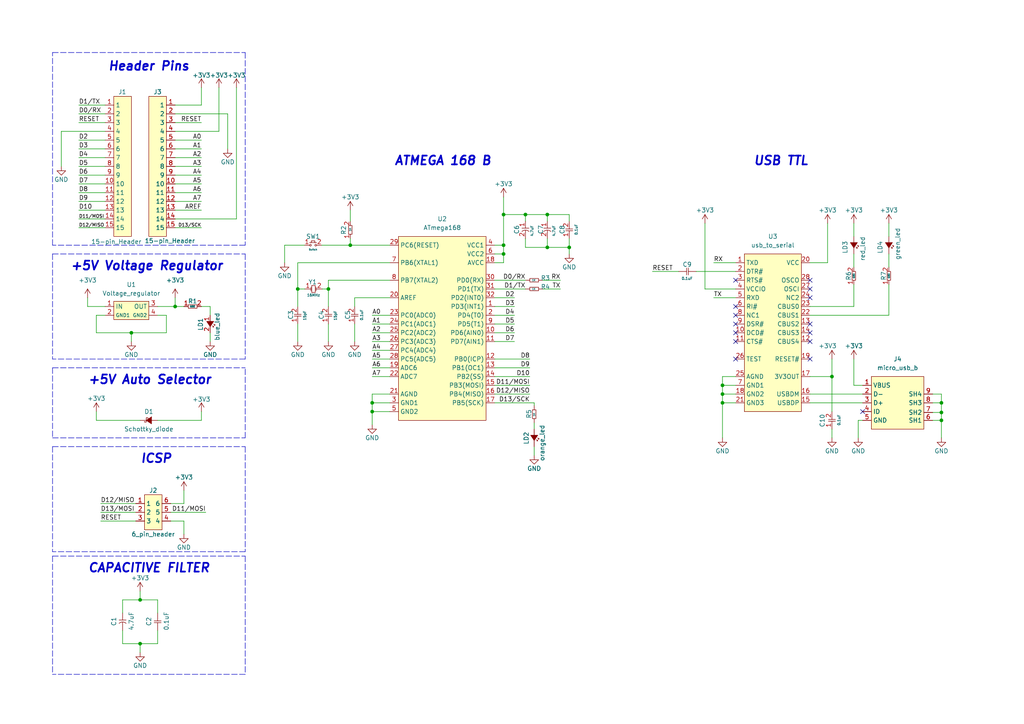
<source format=kicad_sch>
(kicad_sch (version 20211123) (generator eeschema)
  (paper "A4")
  (title_block (title "Arduino Nano") (date "2022-01-15") (rev "V01") (company "Self") (comment 4 "Author: Sunder"))
  (lib_symbols
    (symbol "Arduino Nano:+3V3" (power) (pin_names (offset 0))
      (property "Value" "+3V3" (at 0 3.556 0))
      (symbol "+3V3_1_1"
        (pin power_in line (at 0 0 90) (length 0) hide (name "+3V3") (number "1"))
      )
    )
    (symbol "Arduino Nano:+5V" (power) (pin_names (offset 0))
      (property "Value" "+5V" (at 0 3.556 0))
      (symbol "+5V_1_1"
        (pin power_in line (at 0 0 90) (length 0) hide (name "+3V3") (number "1"))
      )
    )
    (symbol "Arduino Nano:15-pin_Header"
      (property "Reference" "J" (at -0.762 21.844 0))
      (property "Value" "15-pin_Header" (at 4.826 -12.192 90))
      (symbol "15-pin_Header_1_1"
        (pin bidirectional line (at -3.81 17.78 0) (length 2.54) (name "1") (number "1"))
        (pin bidirectional line (at -3.81 -5.08 0) (length 2.54) (name "10") (number "10"))
        (pin bidirectional line (at -3.81 -7.62 0) (length 2.54) (name "11") (number "11"))
        (pin bidirectional line (at -3.81 -10.16 0) (length 2.54) (name "12") (number "12"))
        (pin bidirectional line (at -3.81 -12.7 0) (length 2.54) (name "13") (number "13"))
        (pin bidirectional line (at -3.81 -15.24 0) (length 2.54) (name "14") (number "14"))
        (pin bidirectional line (at -3.81 -17.78 0) (length 2.54) (name "15") (number "15"))
        (pin bidirectional line (at -3.81 15.24 0) (length 2.54) (name "2") (number "2"))
        (pin bidirectional line (at -3.81 12.7 0) (length 2.54) (name "3") (number "3"))
        (pin bidirectional line (at -3.81 10.16 0) (length 2.54) (name "4") (number "4"))
        (pin bidirectional line (at -3.81 7.62 0) (length 2.54) (name "5") (number "5"))
        (pin bidirectional line (at -3.81 5.08 0) (length 2.54) (name "6") (number "6"))
        (pin bidirectional line (at -3.81 2.54 0) (length 2.54) (name "7") (number "7"))
        (pin bidirectional line (at -3.81 0 0) (length 2.54) (name "8") (number "8"))
        (pin bidirectional line (at -3.81 -2.54 0) (length 2.54) (name "9") (number "9"))
      )
    )
    (symbol "Arduino Nano:6_pin_header"
      (property "Reference" "J" (at -2.032 6.35 0))
      (property "Value" "6_pin_header" (at 6.35 -6.35 0))
      (symbol "6_pin_header_1_1"
        (pin bidirectional line (at -5.08 2.54 0) (length 2.54) (name "1") (number "1"))
        (pin bidirectional line (at -5.08 0 0) (length 2.54) (name "2") (number "2"))
        (pin bidirectional line (at -5.08 -2.54 0) (length 2.54) (name "3") (number "3"))
        (pin bidirectional line (at 5.08 -2.54 180) (length 2.54) (name "4") (number "4"))
        (pin bidirectional line (at 5.08 0 180) (length 2.54) (name "5") (number "5"))
        (pin bidirectional line (at 5.08 2.54 180) (length 2.54) (name "6") (number "6"))
      )
    )
    (symbol "Arduino Nano:ATmega168"
      (property "Reference" "U" (at -10.16 30.48 0))
      (property "Value" "ATmega168" (at 6.35 -27.94 0))
      (symbol "ATmega168_1_1"
        (pin bidirectional line (at 16.51 7.62 180) (length 2.54) (name "PD3(INT1)") (number "1"))
        (pin bidirectional line (at 16.51 0 180) (length 2.54) (name "PD6(AIN0)") (number "10"))
        (pin bidirectional line (at 16.51 -2.54 180) (length 2.54) (name "PD7(AIN1)") (number "11"))
        (pin bidirectional line (at 16.51 -7.62 180) (length 2.54) (name "PB0(ICP)") (number "12"))
        (pin bidirectional line (at 16.51 -10.16 180) (length 2.54) (name "PB1(OC1)") (number "13"))
        (pin bidirectional line (at 16.51 -12.7 180) (length 2.54) (name "PB2(SS)") (number "14"))
        (pin bidirectional line (at 16.51 -15.24 180) (length 2.54) (name "PB3(MOSI)") (number "15"))
        (pin bidirectional line (at 16.51 -17.78 180) (length 2.54) (name "PB4(MISO)") (number "16"))
        (pin bidirectional line (at 16.51 -20.32 180) (length 2.54) (name "PB5(SCK)") (number "17"))
        (pin bidirectional line (at 16.51 20.32 180) (length 2.54) (name "AVCC") (number "18"))
        (pin bidirectional line (at -13.97 -10.16 0) (length 2.54) (name "ADC6") (number "19"))
        (pin bidirectional line (at 16.51 5.08 180) (length 2.54) (name "PD4(T0)") (number "2"))
        (pin bidirectional line (at -13.97 10.16 0) (length 2.54) (name "AREF") (number "20"))
        (pin bidirectional line (at -13.97 -17.78 0) (length 2.54) (name "AGND") (number "21"))
        (pin bidirectional line (at -13.97 -12.7 0) (length 2.54) (name "ADC7") (number "22"))
        (pin bidirectional line (at -13.97 5.08 0) (length 2.54) (name "PC0(ADC0)") (number "23"))
        (pin bidirectional line (at -13.97 2.54 0) (length 2.54) (name "PC1(ADC1)") (number "24"))
        (pin bidirectional line (at -13.97 0 0) (length 2.54) (name "PC2(ADC2)") (number "25"))
        (pin bidirectional line (at -13.97 -2.54 0) (length 2.54) (name "PC3(ADC3)") (number "26"))
        (pin bidirectional line (at -13.97 -5.08 0) (length 2.54) (name "PC4(ADC4)") (number "27"))
        (pin bidirectional line (at -13.97 -7.62 0) (length 2.54) (name "PC5(ADC5)") (number "28"))
        (pin bidirectional line (at -13.97 25.4 0) (length 2.54) (name "PC6(RESET)") (number "29"))
        (pin bidirectional line (at -13.97 -20.32 0) (length 2.54) (name "GND1") (number "3"))
        (pin bidirectional line (at 16.51 15.24 180) (length 2.54) (name "PD0(RX)") (number "30"))
        (pin bidirectional line (at 16.51 12.7 180) (length 2.54) (name "PD1(TX)") (number "31"))
        (pin bidirectional line (at 16.51 10.16 180) (length 2.54) (name "PD2(INT0)") (number "32"))
        (pin bidirectional line (at 16.51 25.4 180) (length 2.54) (name "VCC1") (number "4"))
        (pin bidirectional line (at -13.97 -22.86 0) (length 2.54) (name "GND2") (number "5"))
        (pin bidirectional line (at 16.51 22.86 180) (length 2.54) (name "VCC2") (number "6"))
        (pin bidirectional line (at -13.97 20.32 0) (length 2.54) (name "PB6(XTAL1)") (number "7"))
        (pin bidirectional line (at -13.97 15.24 0) (length 2.54) (name "PB7(XTAL2)") (number "8"))
        (pin bidirectional line (at 16.51 2.54 180) (length 2.54) (name "PD5(T1)") (number "9"))
      )
    )
    (symbol "Arduino Nano:Capacitor_NOP{slash}COG"
      (property "Reference" "C" (at -2.794 2.286 0))
      (property "Value" "Capacitor_NOP{slash}COG" (at 9.398 -2.032 0))
      (symbol "Capacitor_NOP{slash}COG_1_1"
        (pin bidirectional line (at -2.54 0.254 0) (length 2.286) (name "~") (number "1"))
        (pin bidirectional line (at 2.54 0.254 180) (length 2.286) (name "~") (number "2"))
      )
    )
    (symbol "Arduino Nano:GND" (power) (pin_names (offset 0))
      (property "Value" "GND" (at 0 -3.81 0))
      (symbol "GND_1_1"
        (pin power_in line (at 0 0 270) (length 0) hide (name "GND") (number "1"))
      )
    )
    (symbol "Arduino Nano:Resistor_1K"
      (property "Reference" "R" (at -2.794 6.35 0))
      (property "Value" "Resistor_1K" (at 4.572 -2.286 0))
      (symbol "Resistor_1K_1_1"
        (pin input line (at -2.54 0 0) (length 1.27) (name "~") (number "1"))
        (pin input line (at 2.54 0 180) (length 1.27) (name "~") (number "2"))
      )
    )
    (symbol "Arduino Nano:Schottky_diode" (pin_numbers hide) (pin_names hide)
      (property "Reference" "D" (at -4.318 3.048 0))
      (property "Value" "Schottky_diode" (at 7.112 -1.778 0))
      (symbol "Schottky_diode_1_1"
        (pin bidirectional line (at -2.54 0 0) (length 2) (name "~") (number "1"))
        (pin bidirectional line (at 2.54 0 180) (length 2.032) (name "~") (number "2"))
      )
    )
    (symbol "Arduino Nano:Switch"
      (property "Reference" "SW" (at -3.556 1.778 0))
      (property "Value" "Switch" (at 2.794 -2.032 0))
      (symbol "Switch_1_1"
        (pin bidirectional line (at -2.54 0 0) (length 1.524) (name "~") (number "1"))
        (pin bidirectional line (at 2.54 0 180) (length 1.524) (name "~") (number "2"))
      )
    )
    (symbol "Arduino Nano:VIN" (power) (pin_names (offset 0))
      (property "Value" "VIN" (at 0 3.556 0))
      (symbol "VIN_1_1"
        (pin power_in line (at 0 0 90) (length 0) hide (name "+3V3") (number "1"))
      )
    )
    (symbol "Arduino Nano:VUSB" (power) (pin_names (offset 0))
      (property "Value" "VUSB" (at 0 3.556 0))
      (symbol "VUSB_1_1"
        (pin power_in line (at 0 0 90) (length 0) hide (name "+3V3") (number "1"))
      )
    )
    (symbol "Arduino Nano:Voltage_regulator"
      (property "Reference" "U" (at -4.572 5.08 0))
      (property "Value" "Voltage_regulator" (at 8.382 -2.54 0))
      (symbol "Voltage_regulator_1_1"
        (pin bidirectional line (at -7.62 2.54 0) (length 2.54) (name "IN") (number "1"))
        (pin bidirectional line (at -7.62 0 0) (length 2.54) (name "GND1") (number "2"))
        (pin bidirectional line (at 7.62 2.54 180) (length 2.54) (name "OUT") (number "3"))
        (pin bidirectional line (at 7.62 0 180) (length 2.54) (name "GND2") (number "4"))
      )
    )
    (symbol "Arduino Nano:blue_led"
      (property "Reference" "LD" (at -3.048 2.54 0))
      (property "Value" "blue_led" (at 4.064 -1.27 0))
      (symbol "blue_led_1_1"
        (pin bidirectional line (at -2.54 0.254 0) (length 2.032) (name "~") (number "1"))
        (pin bidirectional line (at 2.54 0.254 180) (length 2.032) (name "~") (number "2"))
      )
    )
    (symbol "Arduino Nano:capacitor_0805"
      (property "Reference" "C" (at -2.54 2.032 0))
      (property "Value" "capacitor_0805" (at 6.604 -2.032 0))
      (symbol "capacitor_0805_1_1"
        (pin bidirectional line (at -2.54 0 0) (length 2.286) (name "~") (number "1"))
        (pin bidirectional line (at 2.54 0 180) (length 2.286) (name "~") (number "2"))
      )
    )
    (symbol "Arduino Nano:capacitor_tantalum"
      (property "Reference" "C" (at -2.54 2.54 0))
      (property "Value" "capacitor_tantalum" (at 8.636 -2.032 0))
      (symbol "capacitor_tantalum_1_1"
        (pin bidirectional line (at -2.54 0 0) (length 2.032) (name "~") (number "1"))
        (pin bidirectional line (at 2.54 0 180) (length 2.4) (name "~") (number "2"))
      )
    )
    (symbol "Arduino Nano:crystal_oscillator"
      (property "Reference" "Y" (at -7.366 4.572 0))
      (property "Value" "crystal_oscillator" (at 8.382 -1.778 0))
      (symbol "crystal_oscillator_1_1"
        (pin bidirectional line (at -2.54 0 0) (length 1.778) (name "~") (number "1"))
        (pin bidirectional line (at 2.54 0 180) (length 1.778) (name "~") (number "2"))
      )
    )
    (symbol "Arduino Nano:green_led" (pin_numbers hide) (pin_names hide)
      (property "Reference" "LD" (at -2.794 1.524 0))
      (property "Value" "green_led" (at 4.699 -1.905 0))
      (symbol "green_led_1_1"
        (pin bidirectional line (at -1.27 0 0) (length 2.032) (name "~") (number "1"))
        (pin bidirectional line (at 3.81 0 180) (length 2.032) (name "~") (number "2"))
      )
    )
    (symbol "Arduino Nano:micro_usb_b"
      (property "Reference" "J" (at -6.096 8.89 0))
      (property "Value" "micro_usb_b" (at 1.524 -9.144 0))
      (symbol "micro_usb_b_1_1"
        (pin bidirectional line (at -10.16 5.08 0) (length 2.54) (name "VBUS") (number "1"))
        (pin bidirectional line (at -10.16 2.54 0) (length 2.54) (name "D-") (number "2"))
        (pin bidirectional line (at -10.16 0 0) (length 2.54) (name "D+") (number "3"))
        (pin bidirectional line (at -10.16 -2.54 0) (length 2.54) (name "ID") (number "4"))
        (pin bidirectional line (at -10.16 -5.08 0) (length 2.54) (name "GND") (number "5"))
        (pin bidirectional line (at 10.16 -5.08 180) (length 2.54) (name "SH1") (number "6"))
        (pin bidirectional line (at 10.16 -2.794 180) (length 2.54) (name "SH2") (number "7"))
        (pin bidirectional line (at 10.16 0 180) (length 2.54) (name "SH3") (number "8"))
        (pin bidirectional line (at 10.16 2.54 180) (length 2.54) (name "SH4") (number "9"))
      )
    )
    (symbol "Arduino Nano:orange_led" (pin_numbers hide) (pin_names hide)
      (property "Reference" "LD" (at -3.81 2.286 0))
      (property "Value" "orange_led" (at 5.334 -1.524 0))
      (symbol "orange_led_1_1"
        (pin bidirectional line (at -2.54 0 0) (length 2.032) (name "~") (number "1"))
        (pin bidirectional line (at 2.54 0 180) (length 2.032) (name "~") (number "2"))
      )
    )
    (symbol "Arduino Nano:red_led" (pin_numbers hide) (pin_names hide)
      (property "Reference" "LD" (at -3.683 2.286 0))
      (property "Value" "red_led" (at 3.556 -1.651 0))
      (symbol "red_led_1_1"
        (pin bidirectional line (at -2.54 0 0) (length 2.032) (name "~") (number "1"))
        (pin bidirectional line (at 2.54 0 180) (length 2.032) (name "~") (number "2"))
      )
    )
    (symbol "Arduino Nano:usb_to_serial"
      (property "Reference" "U" (at -6.35 22.86 0))
      (property "Value" "usb_to_serial" (at 2.54 -26.67 0))
      (symbol "usb_to_serial_1_1"
        (pin bidirectional line (at -10.16 17.78 0) (length 2.54) (name "TXD") (number "1"))
        (pin bidirectional line (at -10.16 -2.54 0) (length 2.54) (name "DCD#") (number "10"))
        (pin bidirectional line (at -10.16 -5.08 0) (length 2.54) (name "CTS#") (number "11"))
        (pin bidirectional line (at 11.43 -5.08 180) (length 2.54) (name "CBUS4") (number "12"))
        (pin bidirectional line (at 11.43 0 180) (length 2.54) (name "CBUS2") (number "13"))
        (pin bidirectional line (at 11.43 -2.54 180) (length 2.54) (name "CBUS3") (number "14"))
        (pin bidirectional line (at 11.43 -22.86 180) (length 2.54) (name "USBDP") (number "15"))
        (pin bidirectional line (at 11.43 -20.32 180) (length 2.54) (name "USBDM") (number "16"))
        (pin bidirectional line (at 11.43 -15.24 180) (length 2.54) (name "3V3OUT") (number "17"))
        (pin bidirectional line (at -10.16 -20.32 0) (length 2.54) (name "GND2") (number "18"))
        (pin bidirectional line (at 11.43 -10.16 180) (length 2.54) (name "RESET#") (number "19"))
        (pin bidirectional line (at -10.16 15.24 0) (length 2.54) (name "DTR#") (number "2"))
        (pin bidirectional line (at 11.43 17.78 180) (length 2.54) (name "VCC") (number "20"))
        (pin bidirectional line (at -10.16 -22.86 0) (length 2.54) (name "GND3") (number "21"))
        (pin bidirectional line (at 11.43 2.54 180) (length 2.54) (name "CBUS1") (number "22"))
        (pin bidirectional line (at 11.43 5.08 180) (length 2.54) (name "CBUS0") (number "23"))
        (pin bidirectional line (at 11.43 7.62 180) (length 2.54) (name "NC2") (number "24"))
        (pin bidirectional line (at -10.16 -15.24 0) (length 2.54) (name "AGND") (number "25"))
        (pin bidirectional line (at -10.16 -10.16 0) (length 2.54) (name "TEST") (number "26"))
        (pin bidirectional line (at 11.43 10.16 180) (length 2.54) (name "OSCI") (number "27"))
        (pin bidirectional line (at 11.43 12.7 180) (length 2.54) (name "OSCO") (number "28"))
        (pin bidirectional line (at -10.16 12.7 0) (length 2.54) (name "RTS#") (number "3"))
        (pin bidirectional line (at -10.16 10.16 0) (length 2.54) (name "VCCIO") (number "4"))
        (pin bidirectional line (at -10.16 7.62 0) (length 2.54) (name "RXD") (number "5"))
        (pin bidirectional line (at -10.16 5.08 0) (length 2.54) (name "RI#") (number "6"))
        (pin bidirectional line (at -10.16 -17.78 0) (length 2.54) (name "GND1") (number "7"))
        (pin bidirectional line (at -10.16 2.54 0) (length 2.54) (name "NC1") (number "8"))
        (pin bidirectional line (at -10.16 0 0) (length 2.54) (name "DSR#") (number "9"))
      )
    )
    (symbol "Resistor_1K_1" (pin_numbers hide) (pin_names hide)
      (property "Reference" "R" (at -2.794 6.35 0))
      (property "Value" "Resistor_1K_1" (at 4.572 -2.286 0))
      (symbol "Resistor_1K_1_1_1"
        (pin input line (at -2.54 0 0) (length 1.27) (name "~") (number "1"))
        (pin input line (at 2.54 0 180) (length 1.27) (name "~") (number "2"))
      )
    )
    (symbol "Resistor_1K_4" (pin_numbers hide) (pin_names hide)
      (property "Reference" "R" (at -2.794 6.35 0))
      (property "Value" "Resistor_1K_4" (at 4.572 -2.286 0))
      (symbol "Resistor_1K_4_1_1"
        (pin input line (at -2.54 0 0) (length 1.27) (name "~") (number "1"))
        (pin input line (at 2.54 0 180) (length 1.27) (name "~") (number "2"))
      )
    )
    (symbol "capacitor_0805_1" (pin_numbers hide) (pin_names hide)
      (property "Reference" "C" (at -2.54 2.032 0))
      (property "Value" "capacitor_0805_1" (at 6.604 -2.032 0))
      (symbol "capacitor_0805_1_1_1"
        (pin bidirectional line (at -2.54 0 0) (length 2.286) (name "~") (number "1"))
        (pin bidirectional line (at 2.54 0 180) (length 2.286) (name "~") (number "2"))
      )
    )
    (symbol "capacitor_0805_2" (pin_numbers hide) (pin_names hide)
      (property "Reference" "C" (at -2.54 2.032 0))
      (property "Value" "capacitor_0805_2" (at 6.604 -2.032 0))
      (symbol "capacitor_0805_2_1_1"
        (pin bidirectional line (at -2.54 0 0) (length 2.286) (name "~") (number "1"))
        (pin bidirectional line (at 2.54 0 180) (length 2.286) (name "~") (number "2"))
      )
    )
    (symbol "capacitor_tantalum_1" (pin_numbers hide) (pin_names hide)
      (property "Reference" "C" (at -2.54 2.54 0))
      (property "Value" "capacitor_tantalum_1" (at 8.636 -2.032 0))
      (symbol "capacitor_tantalum_1_1_1"
        (pin bidirectional line (at -2.54 0 0) (length 2.032) (name "~") (number "1"))
        (pin bidirectional line (at 2.54 0 180) (length 2.4) (name "~") (number "2"))
      )
    )
    (symbol "capacitor_tantalum_2"
      (property "Reference" "C" (at -2.54 2.54 0))
      (property "Value" "capacitor_tantalum_2" (at 8.636 -2.032 0))
      (symbol "capacitor_tantalum_2_1_1"
        (pin bidirectional line (at -2.54 0 0) (length 2.032) (name "~") (number "1"))
        (pin bidirectional line (at 2.54 0 180) (length 2.4) (name "~") (number "2"))
      )
    )
    (symbol "power:GND" (power) (pin_names (offset 0))
      (property "Value" "GND" (at 0 -3.81 0))
      (symbol "GND_1_1"
        (pin power_in line (at 0 0 270) (length 0) hide (name "GND") (number "1"))
      )
    )
  )
  (junction (at 86.36 83.82))
  (junction (at 209.55 116.84))
  (junction (at 146.05 62.23))
  (junction (at 107.95 116.84))
  (junction (at 158.75 62.23))
  (junction (at 273.05 119.634))
  (junction (at 38.1 96.52))
  (junction (at 273.05 121.92))
  (junction (at 146.05 73.66))
  (junction (at 50.8 88.9))
  (junction (at 40.64 186.69))
  (junction (at 165.1 71.755))
  (junction (at 152.4 62.23))
  (junction (at 158.75 71.755))
  (junction (at 101.6 71.12))
  (junction (at 241.3 109.22))
  (junction (at 40.64 173.99))
  (junction (at 107.95 119.38))
  (junction (at 95.25 83.82))
  (junction (at 209.55 111.76))
  (junction (at 273.05 116.84))
  (junction (at 209.55 114.3))
  (junction (at 146.05 71.12))
  (no_connect (at 234.95 86.36))
  (no_connect (at 234.95 81.28))
  (no_connect (at 213.36 93.98))
  (no_connect (at 234.95 93.98))
  (no_connect (at 250.19 119.38))
  (no_connect (at 234.95 83.82))
  (no_connect (at 213.36 96.52))
  (no_connect (at 234.95 104.14))
  (no_connect (at 213.36 104.14))
  (no_connect (at 213.36 81.28))
  (no_connect (at 213.36 91.44))
  (no_connect (at 213.36 88.9))
  (no_connect (at 234.95 96.52))
  (no_connect (at 234.95 99.06))
  (no_connect (at 213.36 99.06))
  (wire (pts (xy 209.55 111.76) (xy 213.36 111.76)))
  (wire (pts (xy 270.51 114.3) (xy 273.05 114.3)))
  (wire (pts (xy 86.36 93.98) (xy 86.36 99.06)))
  (wire (pts (xy 107.95 114.3) (xy 107.95 116.84)))
  (wire (pts (xy 27.94 119.38) (xy 27.94 121.92)))
  (wire (pts (xy 45.72 121.92) (xy 58.42 121.92)))
  (wire (pts (xy 234.95 116.84) (xy 250.19 116.84)))
  (wire (pts (xy 35.56 182.88) (xy 35.56 186.69)))
  (wire (pts (xy 53.34 146.05) (xy 49.53 146.05)))
  (wire (pts (xy 50.8 43.18) (xy 58.42 43.18)))
  (wire (pts (xy 209.55 109.22) (xy 213.36 109.22)))
  (wire (pts (xy 50.8 66.04) (xy 58.42 66.04)))
  (wire (pts (xy 143.51 93.98) (xy 149.225 93.98)))
  (wire (pts (xy 107.95 104.14) (xy 113.03 104.14)))
  (wire (pts (xy 146.05 62.23) (xy 146.05 71.12)))
  (wire (pts (xy 143.51 116.84) (xy 154.94 116.84)))
  (wire (pts (xy 146.05 73.66) (xy 146.05 71.12)))
  (wire (pts (xy 165.1 62.23) (xy 158.75 62.23)))
  (wire (pts (xy 143.51 91.44) (xy 149.225 91.44)))
  (wire (pts (xy 22.86 55.88) (xy 30.48 55.88)))
  (wire (pts (xy 247.65 88.9) (xy 247.65 82.55)))
  (wire (pts (xy 22.86 50.8) (xy 30.48 50.8)))
  (wire (pts (xy 40.64 173.99) (xy 45.72 173.99)))
  (wire (pts (xy 248.92 127) (xy 248.92 121.92)))
  (wire (pts (xy 209.55 111.76) (xy 209.55 114.3)))
  (wire (pts (xy 66.04 43.18) (xy 66.04 33.02)))
  (wire (pts (xy 86.36 83.82) (xy 88.392 83.82)))
  (wire (pts (xy 257.81 64.77) (xy 257.81 68.58)))
  (wire (pts (xy 60.96 88.9) (xy 58.42 88.9)))
  (wire (pts (xy 143.51 104.14) (xy 153.67 104.14)))
  (wire (pts (xy 234.95 109.22) (xy 241.3 109.22)))
  (wire (pts (xy 143.51 96.52) (xy 149.225 96.52)))
  (wire (pts (xy 143.51 83.82) (xy 152.4 83.82)))
  (wire (pts (xy 207.01 86.36) (xy 213.36 86.36)))
  (wire (pts (xy 50.8 40.64) (xy 58.42 40.64)))
  (polyline (pts (xy 15.24 73.66) (xy 15.24 104.14)))
  (wire (pts (xy 143.51 76.2) (xy 146.05 76.2)))
  (wire (pts (xy 143.51 81.28) (xy 152.4 81.28)))
  (wire (pts (xy 240.03 64.77) (xy 240.03 76.2)))
  (wire (pts (xy 50.8 50.8) (xy 58.42 50.8)))
  (wire (pts (xy 50.8 58.42) (xy 58.42 58.42)))
  (wire (pts (xy 63.5 25.4) (xy 63.5 38.1)))
  (polyline (pts (xy 15.24 129.54) (xy 71.12 129.54)))
  (polyline (pts (xy 15.24 161.29) (xy 15.24 195.58)))
  (wire (pts (xy 207.01 76.2) (xy 213.36 76.2)))
  (wire (pts (xy 50.8 63.5) (xy 68.58 63.5)))
  (polyline (pts (xy 71.12 127) (xy 71.12 106.68)))
  (polyline (pts (xy 71.12 160.02) (xy 15.24 160.02)))
  (wire (pts (xy 50.8 38.1) (xy 63.5 38.1)))
  (wire (pts (xy 86.36 76.2) (xy 86.36 83.82)))
  (wire (pts (xy 50.8 30.48) (xy 58.42 30.48)))
  (wire (pts (xy 58.42 119.38) (xy 58.42 121.92)))
  (wire (pts (xy 107.95 119.38) (xy 113.03 119.38)))
  (wire (pts (xy 22.86 48.26) (xy 30.48 48.26)))
  (wire (pts (xy 143.51 106.68) (xy 153.67 106.68)))
  (wire (pts (xy 102.87 86.36) (xy 113.03 86.36)))
  (wire (pts (xy 146.05 76.2) (xy 146.05 73.66)))
  (wire (pts (xy 50.8 60.96) (xy 58.42 60.96)))
  (wire (pts (xy 241.3 109.22) (xy 241.3 119.38)))
  (wire (pts (xy 143.51 86.36) (xy 149.225 86.36)))
  (wire (pts (xy 95.25 81.28) (xy 95.25 83.82)))
  (wire (pts (xy 270.51 121.92) (xy 273.05 121.92)))
  (wire (pts (xy 53.34 151.13) (xy 49.53 151.13)))
  (wire (pts (xy 101.6 60.96) (xy 101.6 64.135)))
  (wire (pts (xy 22.86 35.56) (xy 30.48 35.56)))
  (wire (pts (xy 101.6 69.215) (xy 101.6 71.12)))
  (wire (pts (xy 189.23 78.74) (xy 196.85 78.74)))
  (wire (pts (xy 17.78 48.26) (xy 17.78 38.1)))
  (wire (pts (xy 93.345 71.12) (xy 101.6 71.12)))
  (wire (pts (xy 22.86 45.72) (xy 30.48 45.72)))
  (polyline (pts (xy 15.24 71.12) (xy 15.24 15.24)))
  (wire (pts (xy 158.75 62.23) (xy 158.75 64.135)))
  (wire (pts (xy 48.26 91.44) (xy 45.72 91.44)))
  (wire (pts (xy 209.55 109.22) (xy 209.55 111.76)))
  (wire (pts (xy 146.05 62.23) (xy 152.4 62.23)))
  (wire (pts (xy 143.51 114.3) (xy 153.67 114.3)))
  (wire (pts (xy 40.64 186.69) (xy 45.72 186.69)))
  (wire (pts (xy 209.55 116.84) (xy 213.36 116.84)))
  (wire (pts (xy 209.55 114.3) (xy 209.55 116.84)))
  (wire (pts (xy 107.95 119.38) (xy 107.95 123.19)))
  (wire (pts (xy 158.75 62.23) (xy 152.4 62.23)))
  (wire (pts (xy 273.05 119.634) (xy 273.05 121.92)))
  (wire (pts (xy 29.21 151.13) (xy 39.37 151.13)))
  (wire (pts (xy 247.65 64.77) (xy 247.65 68.58)))
  (wire (pts (xy 143.51 88.9) (xy 149.225 88.9)))
  (wire (pts (xy 45.72 173.99) (xy 45.72 177.8)))
  (wire (pts (xy 22.86 33.02) (xy 30.48 33.02)))
  (wire (pts (xy 234.95 91.44) (xy 257.81 91.44)))
  (wire (pts (xy 107.95 116.84) (xy 107.95 119.38)))
  (wire (pts (xy 22.86 58.42) (xy 30.48 58.42)))
  (wire (pts (xy 165.1 64.135) (xy 165.1 62.23)))
  (wire (pts (xy 93.472 83.82) (xy 95.25 83.82)))
  (wire (pts (xy 86.36 88.9) (xy 86.36 83.82)))
  (wire (pts (xy 38.1 96.52) (xy 38.1 99.06)))
  (wire (pts (xy 38.1 96.52) (xy 48.26 96.52)))
  (wire (pts (xy 113.03 114.3) (xy 107.95 114.3)))
  (wire (pts (xy 40.64 171.45) (xy 40.64 173.99)))
  (wire (pts (xy 60.96 96.52) (xy 60.96 99.06)))
  (wire (pts (xy 58.42 25.4) (xy 58.42 30.48)))
  (wire (pts (xy 143.51 71.12) (xy 146.05 71.12)))
  (wire (pts (xy 102.87 93.98) (xy 102.87 99.06)))
  (wire (pts (xy 204.47 83.82) (xy 204.47 64.77)))
  (polyline (pts (xy 71.12 73.66) (xy 71.12 104.14)))
  (wire (pts (xy 50.8 88.9) (xy 53.34 88.9)))
  (wire (pts (xy 154.94 122.682) (xy 154.94 124.46)))
  (wire (pts (xy 241.3 109.22) (xy 241.3 104.14)))
  (wire (pts (xy 30.48 91.44) (xy 27.94 91.44)))
  (wire (pts (xy 165.1 71.755) (xy 165.1 73.66)))
  (wire (pts (xy 50.8 48.26) (xy 58.42 48.26)))
  (wire (pts (xy 248.92 121.92) (xy 250.19 121.92)))
  (wire (pts (xy 273.05 121.92) (xy 273.05 127)))
  (polyline (pts (xy 71.12 104.14) (xy 15.24 104.14)))
  (wire (pts (xy 27.94 91.44) (xy 27.94 96.52)))
  (wire (pts (xy 107.95 96.52) (xy 113.03 96.52)))
  (wire (pts (xy 22.86 53.34) (xy 30.48 53.34)))
  (wire (pts (xy 25.4 86.36) (xy 25.4 88.9)))
  (wire (pts (xy 209.55 116.84) (xy 209.55 127)))
  (wire (pts (xy 22.86 30.48) (xy 30.48 30.48)))
  (wire (pts (xy 40.64 186.69) (xy 40.64 189.23)))
  (wire (pts (xy 45.72 88.9) (xy 50.8 88.9)))
  (wire (pts (xy 154.94 129.54) (xy 154.94 132.08)))
  (wire (pts (xy 49.53 148.59) (xy 59.69 148.59)))
  (wire (pts (xy 113.03 81.28) (xy 95.25 81.28)))
  (polyline (pts (xy 15.24 106.68) (xy 71.12 106.68)))
  (wire (pts (xy 234.95 88.9) (xy 247.65 88.9)))
  (wire (pts (xy 107.95 101.6) (xy 113.03 101.6)))
  (wire (pts (xy 152.4 62.23) (xy 152.4 64.135)))
  (wire (pts (xy 53.34 154.94) (xy 53.34 151.13)))
  (wire (pts (xy 273.05 114.3) (xy 273.05 116.84)))
  (wire (pts (xy 68.58 63.5) (xy 68.58 25.4)))
  (wire (pts (xy 234.95 76.2) (xy 240.03 76.2)))
  (wire (pts (xy 22.86 63.5) (xy 30.48 63.5)))
  (wire (pts (xy 143.51 99.06) (xy 149.225 99.06)))
  (wire (pts (xy 201.93 78.74) (xy 213.36 78.74)))
  (polyline (pts (xy 71.12 161.29) (xy 71.12 195.58)))
  (wire (pts (xy 270.51 119.634) (xy 273.05 119.634)))
  (wire (pts (xy 152.4 71.755) (xy 158.75 71.755)))
  (wire (pts (xy 154.94 116.84) (xy 154.94 117.602)))
  (wire (pts (xy 35.56 177.8) (xy 35.56 173.99)))
  (wire (pts (xy 35.56 173.99) (xy 40.64 173.99)))
  (wire (pts (xy 95.25 93.98) (xy 95.25 99.06)))
  (wire (pts (xy 48.26 96.52) (xy 48.26 91.44)))
  (wire (pts (xy 22.86 66.04) (xy 30.48 66.04)))
  (polyline (pts (xy 15.24 15.24) (xy 71.12 15.24)))
  (wire (pts (xy 17.78 38.1) (xy 30.48 38.1)))
  (wire (pts (xy 158.75 71.755) (xy 165.1 71.755)))
  (wire (pts (xy 102.87 88.9) (xy 102.87 86.36)))
  (polyline (pts (xy 71.12 129.54) (xy 71.12 160.02)))
  (wire (pts (xy 29.21 148.59) (xy 39.37 148.59)))
  (wire (pts (xy 234.95 114.3) (xy 250.19 114.3)))
  (wire (pts (xy 158.75 69.215) (xy 158.75 71.755)))
  (wire (pts (xy 152.4 69.215) (xy 152.4 71.755)))
  (wire (pts (xy 247.65 111.76) (xy 250.19 111.76)))
  (wire (pts (xy 107.95 91.44) (xy 113.03 91.44)))
  (wire (pts (xy 257.81 91.44) (xy 257.81 82.55)))
  (wire (pts (xy 107.95 109.22) (xy 113.03 109.22)))
  (polyline (pts (xy 15.24 161.29) (xy 71.12 161.29)))
  (wire (pts (xy 82.55 76.2) (xy 82.55 71.12)))
  (wire (pts (xy 247.65 104.14) (xy 247.65 111.76)))
  (wire (pts (xy 53.34 142.24) (xy 53.34 146.05)))
  (wire (pts (xy 101.6 71.12) (xy 113.03 71.12)))
  (wire (pts (xy 107.95 106.68) (xy 113.03 106.68)))
  (polyline (pts (xy 15.24 106.68) (xy 15.24 127)))
  (wire (pts (xy 157.48 83.82) (xy 162.56 83.82)))
  (wire (pts (xy 209.55 114.3) (xy 213.36 114.3)))
  (polyline (pts (xy 15.24 127) (xy 71.12 127)))
  (wire (pts (xy 213.36 83.82) (xy 204.47 83.82)))
  (wire (pts (xy 50.8 45.72) (xy 58.42 45.72)))
  (wire (pts (xy 143.51 73.66) (xy 146.05 73.66)))
  (wire (pts (xy 35.56 186.69) (xy 40.64 186.69)))
  (wire (pts (xy 273.05 116.84) (xy 273.05 119.634)))
  (wire (pts (xy 50.8 53.34) (xy 58.42 53.34)))
  (wire (pts (xy 113.03 76.2) (xy 86.36 76.2)))
  (wire (pts (xy 143.51 111.76) (xy 153.67 111.76)))
  (wire (pts (xy 22.86 40.64) (xy 30.48 40.64)))
  (wire (pts (xy 143.51 109.22) (xy 153.67 109.22)))
  (polyline (pts (xy 71.12 71.12) (xy 15.24 71.12)))
  (polyline (pts (xy 71.12 195.58) (xy 15.24 195.58)))
  (polyline (pts (xy 15.24 73.66) (xy 71.12 73.66)))
  (wire (pts (xy 29.21 146.05) (xy 39.37 146.05)))
  (wire (pts (xy 270.51 116.84) (xy 273.05 116.84)))
  (wire (pts (xy 50.8 55.88) (xy 58.42 55.88)))
  (wire (pts (xy 50.8 35.56) (xy 58.42 35.56)))
  (wire (pts (xy 22.86 43.18) (xy 30.48 43.18)))
  (wire (pts (xy 241.3 124.46) (xy 241.3 127)))
  (wire (pts (xy 27.94 96.52) (xy 38.1 96.52)))
  (wire (pts (xy 50.8 86.36) (xy 50.8 88.9)))
  (wire (pts (xy 157.48 81.28) (xy 162.56 81.28)))
  (wire (pts (xy 27.94 121.92) (xy 40.64 121.92)))
  (wire (pts (xy 50.8 33.02) (xy 66.04 33.02)))
  (wire (pts (xy 25.4 88.9) (xy 30.48 88.9)))
  (wire (pts (xy 107.95 93.98) (xy 113.03 93.98)))
  (wire (pts (xy 82.55 71.12) (xy 88.265 71.12)))
  (wire (pts (xy 107.95 116.84) (xy 113.03 116.84)))
  (wire (pts (xy 257.81 73.66) (xy 257.81 77.47)))
  (wire (pts (xy 146.05 57.15) (xy 146.05 62.23)))
  (wire (pts (xy 45.72 186.69) (xy 45.72 182.88)))
  (wire (pts (xy 165.1 69.215) (xy 165.1 71.755)))
  (wire (pts (xy 60.96 91.44) (xy 60.96 88.9)))
  (polyline (pts (xy 15.24 129.54) (xy 15.24 160.02)))
  (wire (pts (xy 22.86 60.96) (xy 30.48 60.96)))
  (wire (pts (xy 247.65 73.66) (xy 247.65 77.47)))
  (wire (pts (xy 107.95 99.06) (xy 113.03 99.06)))
  (polyline (pts (xy 71.12 15.24) (xy 71.12 71.12)))
  (wire (pts (xy 95.25 83.82) (xy 95.25 88.9)))
  (text "CAPACITIVE FILTER" (at 25.4 166.37 0) (effects (font (size 2.54 2.54) (thickness 0.508) bold italic) (justify left bottom)))
  (text "USB TTL\n" (at 218.44 48.26 0) (effects (font (size 2.54 2.54) (thickness 0.508) bold italic) (justify left bottom)))
  (text "ICSP" (at 40.64 134.62 0) (effects (font (size 2.54 2.54) (thickness 0.508) bold italic) (justify left bottom)))
  (text "Header Pins" (at 31.242 20.828 0) (effects (font (size 2.54 2.54) (thickness 0.508) bold italic) (justify left bottom)))
  (text "+5V Voltage Regulator" (at 20.32 78.74 0) (effects (font (size 2.54 2.54) (thickness 0.508) bold italic) (justify left bottom)))
  (text "+5V Auto Selector" (at 25.4 111.76 0) (effects (font (size 2.54 2.54) (thickness 0.508) bold italic) (justify left bottom)))
  (text "ATMEGA 168 B" (at 114.3 48.26 0) (effects (font (size 2.54 2.54) (thickness 0.508) bold italic) (justify left bottom)))
  (label "D3" (at 149.225 88.9 180))
  (label "D9" (at 22.86 58.42 0))
  (label "D13{slash}SCK" (at 58.42 66.04 180) (effects (font (size 0.95 0.95))))
  (label "RESET" (at 22.86 35.56 0))
  (label "D0{slash}RX" (at 22.86 33.02 0))
  (label "AREF" (at 58.42 60.96 180))
  (label "TX" (at 207.01 86.36 0))
  (label "D12{slash}MISO" (at 29.21 146.05 0))
  (label "D7" (at 22.86 53.34 0))
  (label "RESET" (at 189.23 78.74 0))
  (label "D10" (at 22.86 60.96 0))
  (label "RX" (at 162.56 81.28 180))
  (label "D4" (at 149.225 91.44 180))
  (label "D8" (at 22.86 55.88 0))
  (label "D13{slash}MOSI" (at 29.21 148.59 0))
  (label "D3" (at 22.86 43.18 0))
  (label "A0" (at 107.95 91.44 0))
  (label "D2" (at 22.86 40.64 0))
  (label "D12{slash}MISO" (at 22.86 66.04 0) (effects (font (size 0.95 0.95))))
  (label "D11{slash}MOSI" (at 22.86 63.5 0) (effects (font (size 0.95 0.95))))
  (label "TX" (at 162.56 83.82 180))
  (label "RESET" (at 29.21 151.13 0))
  (label "D1{slash}TX" (at 152.4 83.82 180))
  (label "A5" (at 58.42 53.34 180))
  (label "A7" (at 58.42 58.42 180))
  (label "A4" (at 58.42 50.8 180))
  (label "A2" (at 58.42 45.72 180))
  (label "A6" (at 58.42 55.88 180))
  (label "A3" (at 58.42 48.26 180))
  (label "A0" (at 58.42 40.64 180))
  (label "D9" (at 153.67 106.68 180))
  (label "RESET" (at 58.42 35.56 180))
  (label "D7" (at 149.225 99.06 180))
  (label "D12{slash}MISO" (at 153.67 114.3 180))
  (label "A1" (at 58.42 43.18 180))
  (label "D8" (at 153.67 104.14 180))
  (label "D10" (at 153.67 109.22 180))
  (label "A1" (at 107.95 93.98 0))
  (label "A5" (at 107.95 104.14 0))
  (label "RX" (at 207.01 76.2 0))
  (label "A3" (at 107.95 99.06 0))
  (label "D2" (at 149.225 86.36 180))
  (label "A4" (at 107.95 101.6 0))
  (label "A6" (at 107.95 106.68 0))
  (label "D11{slash}MOSI" (at 153.67 111.76 180))
  (label "A7" (at 107.95 109.22 0))
  (label "D1{slash}TX" (at 22.86 30.48 0))
  (label "D0{slash}RX" (at 152.4 81.28 180))
  (label "D5" (at 22.86 48.26 0))
  (label "D6" (at 22.86 50.8 0))
  (label "D11{slash}MOSI" (at 59.69 148.59 180))
  (label "D5" (at 149.225 93.98 180))
  (label "D4" (at 22.86 45.72 0))
  (label "D6" (at 149.225 96.52 180))
  (label "A2" (at 107.95 96.52 0))
  (label "D13{slash}SCK" (at 153.67 116.84 180))
  (symbol (lib_id "Arduino Nano:blue_led") (at 60.706 93.98 270) (unit 1)
    (property "Reference" "LD1" (at 58.166 92.202 0) (effects (justify left)))
    (property "Value" "blue_led" (at 62.992 90.678 0) (effects (justify left)))
    (property "Datasheet" "https://www.mouser.in/datasheet/2/239/Lite-On-LTST-C170TBKT-1175372.pdf" (effects hide))
    (property "Vendor" "Mouser" (effects hide))
    (property "Part Number" "859-LTST-C170TBKT" (effects hide))
  )
  (symbol (lib_id "Arduino Nano:GND") (at 165.1 73.66 0) (unit 1)
    (property "Reference" "#PWR024" (effects hide))
    (property "Value" "GND" (at 165.1 77.47 0))
  )
  (symbol (lib_id "Arduino Nano:VUSB") (at 58.42 119.38 0) (unit 1)
    (property "Reference" "#PWR011" (effects hide))
    (property "Value" "VUSB" (at 58.42 115.824 0))
  )
  (symbol (lib_id "Arduino Nano:+5V") (at 240.03 64.77 0) (unit 1)
    (property "Reference" "#PWR027" (effects hide))
    (property "Value" "+5V" (at 240.03 60.96 0))
  )
  (symbol (lib_id "Arduino Nano:capacitor_tantalum") (at 158.75 66.675 90) (mirror x) (unit 1)
    (property "Reference" "C7" (at 156.845 67.945 0) (effects (justify right)))
    (property "Value" "4.7uF" (at 160.655 68.58 0) (effects (font (size 0.75 0.75)) (justify right)))
    (property "Datasheet" "https://www.mouser.in/datasheet/2/212/1/KEM_T2005_T491-1093550.pdf" (effects hide))
    (property "Vendor" "Mouser" (effects hide))
    (property "Part Number" "80-T491A475K010" (effects hide))
  )
  (symbol (lib_id "Arduino Nano:capacitor_0805") (at 241.3 121.92 90) (unit 1)
    (property "Reference" "C10" (at 238.506 123.952 0) (effects (justify left)))
    (property "Value" "0.1uF" (at 243.332 123.444 0) (effects (font (size 0.75 0.75)) (justify left)))
    (property "Datasheet" "https://www.mouser.in/datasheet/2/212/KEM_C1002_X7R_SMD-1102033.pdf" (effects hide))
    (property "Vendor" "Mouser" (effects hide))
    (property "Part number" "80-C0805C104K5R" (effects hide))
  )
  (symbol (lib_id "Arduino Nano:GND") (at 154.94 132.08 0) (unit 1)
    (property "Reference" "#PWR023" (effects hide))
    (property "Value" "GND" (at 154.94 135.89 0))
  )
  (symbol (lib_id "Arduino Nano:+5V") (at 53.34 142.24 0) (unit 1)
    (property "Reference" "#PWR08" (effects hide))
    (property "Value" "+5V" (at 53.34 138.43 0))
  )
  (symbol (lib_id "power:GND") (at 66.04 43.18 0) (unit 1)
    (property "Reference" "#PWR014" (effects hide))
    (property "Value" "GND" (at 66.04 46.99 0))
  )
  (symbol (lib_id "Arduino Nano:VUSB") (at 40.64 171.45 0) (unit 1)
    (property "Reference" "#PWR05" (effects hide))
    (property "Value" "VUSB" (at 40.64 167.64 0))
  )
  (symbol (lib_id "Arduino Nano:GND") (at 273.05 127 0) (unit 1)
    (property "Reference" "#PWR034" (effects hide))
    (property "Value" "GND" (at 273.05 130.81 0))
  )
  (symbol (lib_id "Arduino Nano:GND") (at 60.96 99.06 0) (unit 1)
    (property "Reference" "#PWR012" (effects hide))
    (property "Value" "GND" (at 60.96 102.87 0))
  )
  (symbol (lib_name "Resistor_1K_1") (lib_id "Arduino Nano:Resistor_1K") (at 154.94 120.142 90) (mirror x) (unit 1)
    (property "Reference" "R5" (at 153.416 121.412 0) (effects (justify right)))
    (property "Value" "1K" (at 154.94 120.777 0) (effects (font (size 0.5 0.5)) (justify right)))
    (property "Datasheet" "https://www.mouser.in/datasheet/2/54/chp_a-1858677.pdf" (effects hide))
    (property "Vendor" "Mouser" (effects hide))
    (property "Part Number" "652-CHP0805AFX1001EL" (effects hide))
  )
  (symbol (lib_id "Arduino Nano:+5V") (at 63.5 25.4 0) (unit 1)
    (property "Reference" "#PWR013" (effects hide))
    (property "Value" "+5V" (at 63.5 21.844 0))
  )
  (symbol (lib_id "Arduino Nano:Capacitor_NOP{slash}COG") (at 86.614 91.44 90) (unit 1)
    (property "Reference" "C3" (at 84.328 92.71 0) (effects (justify left)))
    (property "Value" "15pF" (at 88.392 92.964 0) (effects (font (size 0.75 0.75)) (justify left)))
    (property "Datasheet" "https://www.mouser.in/datasheet/2/212/KEM_C1003_C0G_SMD-1101588.pdf" (effects hide))
    (property "Vendor" "Mouser" (effects hide))
    (property "Part Number" "80-C0805C180J5G" (effects hide))
  )
  (symbol (lib_id "Arduino Nano:GND") (at 107.95 123.19 0) (unit 1)
    (property "Reference" "#PWR021" (effects hide))
    (property "Value" "GND" (at 107.95 127 0))
  )
  (symbol (lib_id "Arduino Nano:VUSB") (at 247.65 104.14 0) (unit 1)
    (property "Reference" "#PWR031" (effects hide))
    (property "Value" "VUSB" (at 247.65 100.33 0))
  )
  (symbol (lib_id "Arduino Nano:+5V") (at 101.6 60.96 0) (unit 1)
    (property "Reference" "#PWR019" (effects hide))
    (property "Value" "+5V" (at 101.6 57.15 0))
  )
  (symbol (lib_id "power:GND") (at 17.78 48.26 0) (unit 1)
    (property "Reference" "#PWR01" (effects hide))
    (property "Value" "GND" (at 17.78 52.07 0))
  )
  (symbol (lib_id "Arduino Nano:GND") (at 40.64 189.23 0) (unit 1)
    (property "Reference" "#PWR06" (effects hide))
    (property "Value" "GND" (at 40.64 193.04 0))
  )
  (symbol (lib_id "Arduino Nano:Resistor_1K") (at 247.65 80.01 90) (unit 1)
    (property "Reference" "R6" (at 246.126 80.01 0))
    (property "Value" "680" (at 247.65 80.01 0) (effects (font (size 0.5 0.5))))
    (property "Datasheet" "https://www.mouser.in/datasheet/2/54/chp_a-1858677.pdf" (effects hide))
    (property "Vendor" "Mouser" (effects hide))
    (property "Part Number" "652-CHP0805AFX1001EL" (effects hide))
  )
  (symbol (lib_id "Arduino Nano:Resistor_1K") (at 55.88 88.9 0) (unit 1)
    (property "Reference" "R1" (at 55.88 87.376 0))
    (property "Value" "680" (at 55.88 88.9 0) (effects (font (size 0.5 0.5))))
    (property "Datasheet" "https://www.mouser.in/datasheet/2/54/chp_a-1858677.pdf" (effects hide))
    (property "Vendor" "Mouser" (effects hide))
    (property "Part Number" "652-CHP0805AFX1001EL" (effects hide))
  )
  (symbol (lib_id "Arduino Nano:+5V") (at 204.47 64.77 0) (unit 1)
    (property "Reference" "#PWR025" (effects hide))
    (property "Value" "+5V" (at 204.47 60.96 0))
  )
  (symbol (lib_id "Arduino Nano:GND") (at 53.34 154.94 0) (unit 1)
    (property "Reference" "#PWR09" (effects hide))
    (property "Value" "GND" (at 53.34 158.75 0))
  )
  (symbol (lib_id "Arduino Nano:usb_to_serial") (at 223.52 93.98 0) (unit 1)
    (property "Reference" "U3" (at 224.155 68.58 0))
    (property "Value" "usb_to_serial" (at 224.155 71.12 0))
    (property "Datasheet" "https://www.mouser.in/datasheet/2/163/DS_FT232R-11534.pdf" (effects hide))
    (property "Vendor" "Mouser" (effects hide))
    (property "Part Number" "895-FT232RL" (effects hide))
  )
  (symbol (lib_name "capacitor_0805_1") (lib_id "Arduino Nano:capacitor_0805") (at 199.39 78.74 0) (mirror y) (unit 1)
    (property "Reference" "C9" (at 200.66 76.708 0) (effects (justify left)))
    (property "Value" "0.1uF" (at 200.914 80.772 0) (effects (font (size 0.75 0.75)) (justify left)))
    (property "Datasheet" "https://www.mouser.in/datasheet/2/212/KEM_C1002_X7R_SMD-1102033.pdf" (effects hide))
    (property "Vendor" "Mouser" (effects hide))
    (property "Part number" "80-C0805C104K5R" (effects hide))
  )
  (symbol (lib_id "Arduino Nano:GND") (at 248.92 127 0) (unit 1)
    (property "Reference" "#PWR032" (effects hide))
    (property "Value" "GND" (at 248.92 130.81 0))
  )
  (symbol (lib_id "Arduino Nano:red_led") (at 247.65 71.12 270) (unit 1)
    (property "Reference" "LD3" (at 245.11 69.85 0) (effects (justify left)))
    (property "Value" "red_led" (at 250.19 68.58 0) (effects (justify left)))
    (property "Datasheet" "https://www.mouser.in/datasheet/2/216/APT2012SRCPRV-56885.pdf" (effects hide))
    (property "Vendor" "Mouser" (effects hide))
    (property "Part Number" "604-APT2012SRCPRV" (effects hide))
  )
  (symbol (lib_name "capacitor_0805_2") (lib_id "Arduino Nano:capacitor_0805") (at 45.72 180.34 90) (unit 1)
    (property "Reference" "C2" (at 43.18 181.61 0) (effects (justify left)))
    (property "Value" "0.1uF" (at 48.26 182.88 0) (effects (justify left)))
    (property "Datasheet" "https://www.mouser.in/datasheet/2/212/KEM_C1002_X7R_SMD-1102033.pdf" (effects hide))
    (property "Vendor" "Mouser" (effects hide))
    (property "Part number" "80-C0805C104K5R" (effects hide))
  )
  (symbol (lib_id "Arduino Nano:capacitor_0805") (at 102.87 91.44 90) (unit 1)
    (property "Reference" "C5" (at 100.838 92.71 0) (effects (justify left)))
    (property "Value" "0.1uF" (at 104.902 92.964 0) (effects (font (size 0.75 0.75)) (justify left)))
    (property "Datasheet" "https://www.mouser.in/datasheet/2/212/KEM_C1002_X7R_SMD-1102033.pdf" (effects hide))
    (property "Vendor" "Mouser" (effects hide))
    (property "Part number" "80-C0805C104K5R" (effects hide))
  )
  (symbol (lib_id "Arduino Nano:green_led") (at 257.81 69.85 270) (unit 1)
    (property "Reference" "LD4" (at 255.27 69.85 0) (effects (justify left)))
    (property "Value" "green_led" (at 260.35 66.04 0) (effects (justify left)))
    (property "Datasheet" "https://www.mouser.in/datasheet/2/216/APHCM2012CGCK_F01-34366.pdf" (effects hide))
    (property "Vendor" "Mouser" (effects hide))
    (property "Part Number" "APHCM2012CGCK-F01 " (effects hide))
  )
  (symbol (lib_id "Arduino Nano:capacitor_0805") (at 165.1 66.675 90) (unit 1)
    (property "Reference" "C8" (at 163.068 67.945 0) (effects (justify left)))
    (property "Value" "0.1uF" (at 167.132 68.199 0) (effects (font (size 0.75 0.75)) (justify left)))
    (property "Datasheet" "https://www.mouser.in/datasheet/2/212/KEM_C1002_X7R_SMD-1102033.pdf" (effects hide))
    (property "Vendor" "Mouser" (effects hide))
    (property "Part number" "80-C0805C104K5R" (effects hide))
  )
  (symbol (lib_name "capacitor_tantalum_1") (lib_id "Arduino Nano:capacitor_tantalum") (at 35.56 180.34 90) (mirror x) (unit 1)
    (property "Reference" "C1" (at 33.02 181.61 0) (effects (justify right)))
    (property "Value" "4.7uF" (at 38.1 182.88 0) (effects (justify right)))
    (property "Datasheet" "https://www.mouser.in/datasheet/2/212/1/KEM_T2005_T491-1093550.pdf" (effects hide))
    (property "Vendor" "Mouser" (effects hide))
    (property "Part Number" "80-T491A475K010" (effects hide))
  )
  (symbol (lib_id "Arduino Nano:+3V3") (at 68.58 25.4 0) (unit 1)
    (property "Reference" "#PWR015" (effects hide))
    (property "Value" "+3V3" (at 68.58 21.844 0))
  )
  (symbol (lib_id "Arduino Nano:GND") (at 209.55 127 0) (unit 1)
    (property "Reference" "#PWR026" (effects hide))
    (property "Value" "GND" (at 209.55 130.81 0))
  )
  (symbol (lib_id "Arduino Nano:GND") (at 95.25 99.06 0) (unit 1)
    (property "Reference" "#PWR018" (effects hide))
    (property "Value" "GND" (at 95.25 102.87 0))
  )
  (symbol (lib_id "Arduino Nano:Capacitor_NOP{slash}COG") (at 95.504 91.44 90) (unit 1)
    (property "Reference" "C4" (at 93.218 92.71 0) (effects (justify left)))
    (property "Value" "15pF" (at 97.282 92.964 0) (effects (font (size 0.75 0.75)) (justify left)))
    (property "Datasheet" "https://www.mouser.in/datasheet/2/212/KEM_C1003_C0G_SMD-1101588.pdf" (effects hide))
    (property "Vendor" "Mouser" (effects hide))
    (property "Part Number" "80-C0805C180J5G" (effects hide))
  )
  (symbol (lib_id "Arduino Nano:+5V") (at 27.94 119.38 0) (unit 1)
    (property "Reference" "#PWR03" (effects hide))
    (property "Value" "+5V" (at 27.94 115.57 0))
  )
  (symbol (lib_id "Arduino Nano:GND") (at 82.55 76.2 0) (unit 1)
    (property "Reference" "#PWR016" (effects hide))
    (property "Value" "GND" (at 82.55 80.01 0))
  )
  (symbol (lib_id "Arduino Nano:VIN") (at 25.4 86.36 0) (unit 1)
    (property "Reference" "#PWR02" (effects hide))
    (property "Value" "VIN" (at 25.4 81.28 0))
  )
  (symbol (lib_id "Arduino Nano:micro_usb_b") (at 260.35 116.84 0) (unit 1)
    (property "Reference" "J4" (at 260.35 104.14 0))
    (property "Value" "micro_usb_b" (at 260.35 106.68 0))
    (property "Datasheet" "https://app.adam-tech.com/products/download/data_sheet/195766/mcr-b-s-ra-tsmt-np-cs4-tr-data-sheet.pdf" (effects hide))
    (property "vVendor " "digikey" (effects hide))
    (property "Part number" "MCR-B-S-RA-TSMT-NP-CS4-T/R" (effects hide))
  )
  (symbol (lib_id "Arduino Nano:Schottky_diode") (at 43.18 121.92 0) (mirror y) (unit 1)
    (property "Reference" "D1" (at 43.18 119.38 0))
    (property "Value" "Schottky_diode" (at 43.18 124.46 0))
    (property "Datasheet" "https://www.mouser.in/datasheet/2/308/1/MBR0520LT1_D-2315148.pdf" (effects hide))
    (property "Vendor" "Mouser" (effects hide))
    (property "Part number" "863-MBR0520LT1G" (effects hide))
  )
  (symbol (lib_id "Arduino Nano:GND") (at 86.36 99.06 0) (unit 1)
    (property "Reference" "#PWR017" (effects hide))
    (property "Value" "GND" (at 86.36 102.87 0))
  )
  (symbol (lib_id "Arduino Nano:VIN") (at 58.42 25.4 0) (unit 1)
    (property "Reference" "#PWR010" (effects hide))
    (property "Value" "VIN" (at 58.42 21.844 0))
  )
  (symbol (lib_id "Arduino Nano:15-pin_Header") (at 34.29 48.26 0) (unit 1)
    (property "Reference" "J1" (at 34.29 26.67 0) (effects (justify left)))
    (property "Value" "15-pin_Header" (at 26.416 70.104 0) (effects (justify left)))
    (property "Datasheet" "https://www.mouser.in/datasheet/2/185/doc_1806131501164-2449121.pdf" (effects hide))
    (property "Vendor" "Mouser" (effects hide))
    (property "Part Number" "798-A22PA254DSA71" (effects hide))
  )
  (symbol (lib_id "Arduino Nano:15-pin_Header") (at 46.99 48.26 0) (mirror y) (unit 1)
    (property "Reference" "J3" (at 45.72 26.67 0))
    (property "Value" "15-pin_Header" (at 49.276 69.85 0))
    (property "Datasheet" "https://www.mouser.in/datasheet/2/185/doc_1806131501164-2449121.pdf" (effects hide))
    (property "Vendor" "Mouser" (effects hide))
    (property "Part Number" "798-A22PA254DSA71" (effects hide))
  )
  (symbol (lib_id "Arduino Nano:crystal_oscillator") (at 90.932 83.82 0) (unit 1)
    (property "Reference" "Y1" (at 90.678 81.788 0))
    (property "Value" "16MHz" (at 90.932 85.598 0) (effects (font (size 0.75 0.75))))
    (property "Datasheet" "https://www.mouser.in/datasheet/2/3/ABL-1774766.pdf" (effects hide))
    (property "Vendor" "Mouser" (effects hide))
    (property "Part Number" "815-ABL-16-B2" (effects hide))
  )
  (symbol (lib_id "Arduino Nano:+5V") (at 257.81 64.77 0) (unit 1)
    (property "Reference" "#PWR033" (effects hide))
    (property "Value" "+5V" (at 257.81 60.96 0))
  )
  (symbol (lib_id "Arduino Nano:+5V") (at 247.65 64.77 0) (unit 1)
    (property "Reference" "#PWR030" (effects hide))
    (property "Value" "+5V" (at 247.65 60.96 0))
  )
  (symbol (lib_id "Arduino Nano:Voltage_regulator") (at 38.1 91.44 0) (unit 1)
    (property "Reference" "U1" (at 38.1 82.55 0))
    (property "Value" "Voltage_regulator" (at 38.1 85.09 0))
    (property "Datasheet" "https://www.ti.com/general/docs/suppproductinfo.tsp?distId=26&gotoUrl=http%253A%252F%252Fwww.ti.com%252Flit%252Fgpn%252Fua78m" (effects hide))
    (property "Vendor" "Mouser" (effects hide))
    (property "Part Number" "595-UA78M05CDCYRG3" (effects hide))
  )
  (symbol (lib_id "Arduino Nano:GND") (at 38.1 99.06 0) (unit 1)
    (property "Reference" "#PWR04" (effects hide))
    (property "Value" "GND" (at 38.1 102.87 0))
  )
  (symbol (lib_id "Arduino Nano:+3V3") (at 241.3 104.14 0) (unit 1)
    (property "Reference" "#PWR028" (effects hide))
    (property "Value" "+3V3" (at 240.03 100.33 0))
  )
  (symbol (lib_id "Arduino Nano:Resistor_1K") (at 257.81 80.01 90) (unit 1)
    (property "Reference" "R7" (at 256.286 80.01 0))
    (property "Value" "680" (at 257.81 80.01 0) (effects (font (size 0.5 0.5))))
    (property "Datasheet" "https://www.mouser.in/datasheet/2/54/chp_a-1858677.pdf" (effects hide))
    (property "Vendor" "Mouser" (effects hide))
    (property "Part Number" "652-CHP0805AFX1001EL" (effects hide))
  )
  (symbol (lib_id "Arduino Nano:ATmega168") (at 127 96.52 0) (unit 1)
    (property "Reference" "U2" (at 128.27 63.5 0))
    (property "Value" "ATmega168" (at 128.27 66.04 0))
    (property "Datasheet" "https://www.mouser.in/datasheet/2/268/Atmel-2545-8-bit-AVR-Microcontroller-ATmega48-88-1-1315326.pdf" (effects hide))
    (property "Vendor" "Mouser" (effects hide))
    (property "Part Number" "556-ATMEGA168-20AU" (effects hide))
  )
  (symbol (lib_id "Arduino Nano:GND") (at 102.87 99.06 0) (unit 1)
    (property "Reference" "#PWR020" (effects hide))
    (property "Value" "GND" (at 102.87 102.87 0))
  )
  (symbol (lib_id "Arduino Nano:orange_led") (at 154.94 127 270) (unit 1)
    (property "Reference" "LD2" (at 152.654 125.222 0) (effects (justify left)))
    (property "Value" "orange_led" (at 157.226 123.19 0) (effects (justify left)))
    (property "Datasheet" "https://www.mouser.in/datasheet/2/216/APHCM2012SECK-F01-40967.pdf" (effects hide))
    (property "Vendor" "Mouser" (effects hide))
    (property "Part Number" "APHCM2012SECK-F01" (effects hide))
  )
  (symbol (lib_id "Arduino Nano:GND") (at 241.3 127 0) (unit 1)
    (property "Reference" "#PWR029" (effects hide))
    (property "Value" "GND" (at 241.3 130.81 0))
  )
  (symbol (lib_id "Arduino Nano:Switch") (at 90.805 71.12 0) (unit 1)
    (property "Reference" "SW1" (at 90.805 68.58 0))
    (property "Value" "Switch" (at 90.805 72.39 0) (effects (font (size 0.5 0.5))))
    (property "Datasheet" "https://omronfs.omron.com/en_US/ecb/products/pdf/en-b3u.pdf" (effects hide))
    (property "Vendor" "Digikey" (effects hide))
    (property "Part Number" "B3U-1000P" (effects hide))
  )
  (symbol (lib_id "Arduino Nano:+5V") (at 50.8 86.36 0) (unit 1)
    (property "Reference" "#PWR07" (effects hide))
    (property "Value" "+5V" (at 50.8 81.28 0))
  )
  (symbol (lib_id "Arduino Nano:Resistor_1K") (at 101.6 66.675 90) (unit 1)
    (property "Reference" "R2" (at 99.695 65.405 0) (effects (justify right)))
    (property "Value" "1K" (at 101.6 66.04 0) (effects (font (size 0.5 0.5)) (justify right)))
    (property "Datasheet" "https://www.mouser.in/datasheet/2/54/chp_a-1858677.pdf" (effects hide))
    (property "Vendor" "Mouser" (effects hide))
    (property "Part Number" "652-CHP0805AFX1001EL" (effects hide))
  )
  (symbol (lib_id "Arduino Nano:6_pin_header") (at 44.45 148.59 0) (unit 1)
    (property "Reference" "J2" (at 44.45 142.24 0))
    (property "Value" "6_pin_header" (at 44.45 154.94 0))
    (property "Datasheet" "https://www.mouser.in/datasheet/2/185/doc_1806131501164-2449121.pdf" (effects hide))
    (property "Vendor" "Mouser" (effects hide))
    (property "Part Number" "798-A22PA254DSA71" (effects hide))
  )
  (symbol (lib_id "Arduino Nano:+5V") (at 146.05 57.15 0) (unit 1)
    (property "Reference" "#PWR022" (effects hide))
    (property "Value" "+5V" (at 146.05 53.34 0))
  )
  (symbol (lib_name "Resistor_1K_1") (lib_id "Arduino Nano:Resistor_1K") (at 154.94 83.82 0) (mirror y) (unit 1)
    (property "Reference" "R4" (at 156.845 83.185 0) (effects (justify right)))
    (property "Value" "1K" (at 154.305 83.82 0) (effects (font (size 0.5 0.5)) (justify right)))
    (property "Datasheet" "https://www.mouser.in/datasheet/2/54/chp_a-1858677.pdf" (effects hide))
    (property "Vendor" "Mouser" (effects hide))
    (property "Part Number" "652-CHP0805AFX1001EL" (effects hide))
  )
  (symbol (lib_name "Resistor_1K_4") (lib_id "Arduino Nano:Resistor_1K") (at 154.94 81.28 0) (mirror y) (unit 1)
    (property "Reference" "R3" (at 156.845 80.645 0) (effects (justify right)))
    (property "Value" "1K" (at 154.305 81.28 0) (effects (font (size 0.5 0.5)) (justify right)))
    (property "Datasheet" "https://www.mouser.in/datasheet/2/54/chp_a-1858677.pdf" (effects hide))
    (property "Vendor" "Mouser" (effects hide))
    (property "Part Number" "652-CHP0805AFX1001EL" (effects hide))
  )
  (symbol (lib_name "capacitor_tantalum_2") (lib_id "Arduino Nano:capacitor_tantalum") (at 152.4 66.675 90) (mirror x) (unit 1)
    (property "Reference" "C6" (at 149.86 67.945 0) (effects (justify right)))
    (property "Value" "4.7uF" (at 154.305 68.58 0) (effects (font (size 0.75 0.75)) (justify right)))
    (property "Datasheet" "https://www.mouser.in/datasheet/2/212/1/KEM_T2005_T491-1093550.pdf" (effects hide))
    (property "Vendor" "Mouser" (effects hide))
    (property "Part Number" "80-T491A475K010" (effects hide))
  )
)
</source>
